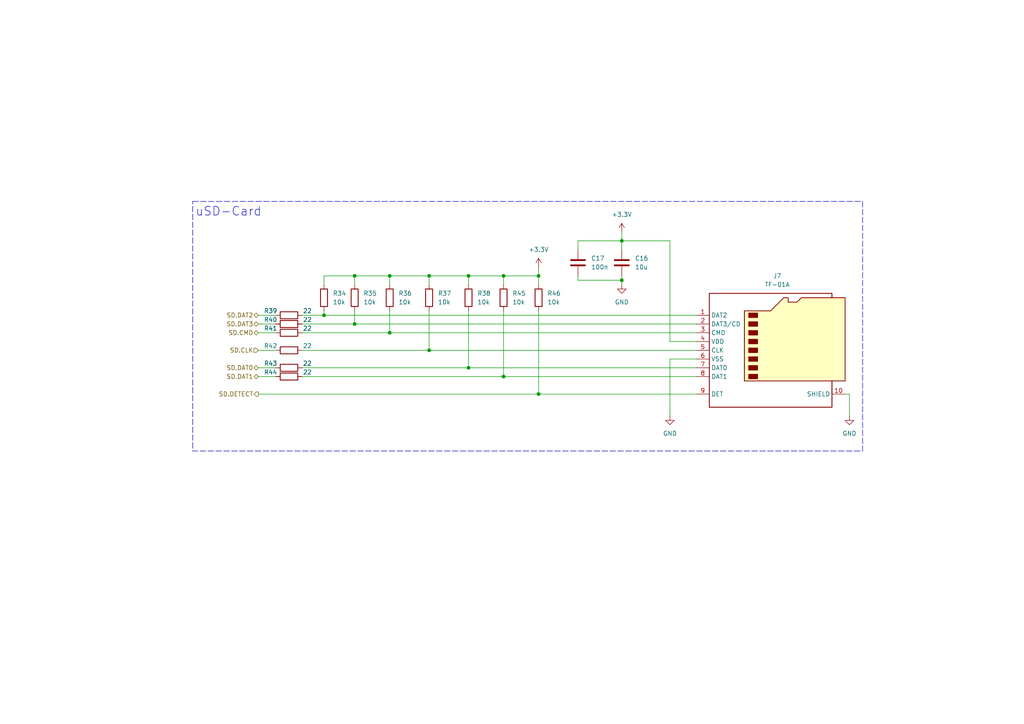
<source format=kicad_sch>
(kicad_sch (version 20250114) (generator "eeschema") (generator_version "9.0")
  (paper "A4")
  (lib_symbols
    (symbol "Connector:Micro_SD_Card_Det1"
      (property "Reference" "J" (at -16.51 17.78 0))
      (property "Value" "Micro_SD_Card_Det1" (at 16.51 17.78 0))
      (symbol "Micro_SD_Card_Det1_0_1"
        (polyline (pts (xy -8.89 -8.89) (xy -8.89 11.43) (xy -1.27 11.43) (xy 2.54 15.24) (xy 3.81 15.24) (xy 3.81 13.97) (xy 6.35 13.97) (xy 7.62 15.24) (xy 20.32 15.24) (xy 20.32 -8.89) (xy -8.89 -8.89)) (stroke (width 0.254)) (fill (type background)))
        (rectangle (start -7.62 10.795) (end -5.08 9.525) (stroke (width 0.254)) (fill (type outline)))
        (rectangle (start -7.62 8.255) (end -5.08 6.985) (stroke (width 0.254)) (fill (type outline)))
        (rectangle (start -7.62 5.715) (end -5.08 4.445) (stroke (width 0.254)) (fill (type outline)))
        (rectangle (start -7.62 3.175) (end -5.08 1.905) (stroke (width 0.254)) (fill (type outline)))
        (rectangle (start -7.62 0.635) (end -5.08 -0.635) (stroke (width 0.254)) (fill (type outline)))
        (rectangle (start -7.62 -1.905) (end -5.08 -3.175) (stroke (width 0.254)) (fill (type outline)))
        (rectangle (start -7.62 -4.445) (end -5.08 -5.715) (stroke (width 0.254)) (fill (type outline)))
        (rectangle (start -7.62 -6.985) (end -5.08 -8.255) (stroke (width 0.254)) (fill (type outline)))
        (polyline (pts (xy 16.51 15.24) (xy 16.51 16.51) (xy -19.05 16.51) (xy -19.05 -16.51) (xy 16.51 -16.51) (xy 16.51 -8.89)) (stroke (width 0.254)))
      )
      (symbol "Micro_SD_Card_Det1_1_1"
        (pin bidirectional line (at -22.86 10.16 0) (length 3.81) (name "DAT2") (number "1"))
        (pin bidirectional line (at -22.86 7.62 0) (length 3.81) (name "DAT3/CD") (number "2"))
        (pin input line (at -22.86 5.08 0) (length 3.81) (name "CMD") (number "3"))
        (pin power_in line (at -22.86 2.54 0) (length 3.81) (name "VDD") (number "4"))
        (pin input line (at -22.86 0 0) (length 3.81) (name "CLK") (number "5"))
        (pin power_in line (at -22.86 -2.54 0) (length 3.81) (name "VSS") (number "6"))
        (pin bidirectional line (at -22.86 -5.08 0) (length 3.81) (name "DAT0") (number "7"))
        (pin bidirectional line (at -22.86 -7.62 0) (length 3.81) (name "DAT1") (number "8"))
        (pin passive line (at -22.86 -12.7 0) (length 3.81) (name "DET") (number "9"))
        (pin passive line (at 20.32 -12.7 180) (length 3.81) (name "SHIELD") (number "10"))
      )
    )
    (symbol "Device:C" (pin_numbers (hide yes)) (pin_names (offset 0.254))
      (property "Reference" "C" (at 0.635 2.54 0))
      (property "Value" "C" (at 0.635 -2.54 0))
      (symbol "C_0_1"
        (polyline (pts (xy -2.032 0.762) (xy 2.032 0.762)) (stroke (width 0.508)))
        (polyline (pts (xy -2.032 -0.762) (xy 2.032 -0.762)) (stroke (width 0.508)))
      )
      (symbol "C_1_1"
        (pin passive line (at 0 3.81 270) (length 2.794) (name "~") (number "1"))
        (pin passive line (at 0 -3.81 90) (length 2.794) (name "~") (number "2"))
      )
    )
    (symbol "Device:R" (pin_numbers (hide yes)) (pin_names (offset 0))
      (property "Reference" "R" (at 2.032 0 90))
      (property "Value" "R" (at 0 0 90))
      (symbol "R_0_1"
        (rectangle (start -1.016 -2.54) (end 1.016 2.54) (stroke (width 0.254)))
      )
      (symbol "R_1_1"
        (pin passive line (at 0 3.81 270) (length 1.27) (name "~") (number "1"))
        (pin passive line (at 0 -3.81 90) (length 1.27) (name "~") (number "2"))
      )
    )
    (symbol "power:+3.3V" (power) (pin_numbers (hide yes)) (pin_names (offset 0) (hide yes))
      (property "Value" "+3.3V" (at 0 3.556 0))
      (symbol "+3.3V_0_1"
        (polyline (pts (xy -0.762 1.27) (xy 0 2.54)))
        (polyline (pts (xy 0 2.54) (xy 0.762 1.27)))
        (polyline (pts (xy 0 0) (xy 0 2.54)))
      )
      (symbol "+3.3V_1_1"
        (pin power_in line (at 0 0 90) (length 0) (name "~") (number "1"))
      )
    )
    (symbol "power:GND" (power) (pin_numbers (hide yes)) (pin_names (offset 0) (hide yes))
      (property "Value" "GND" (at 0 -3.81 0))
      (symbol "GND_0_1"
        (polyline (pts (xy 0 0) (xy 0 -1.27) (xy 1.27 -1.27) (xy 0 -2.54) (xy -1.27 -1.27) (xy 0 -1.27)))
      )
      (symbol "GND_1_1"
        (pin power_in line (at 0 0 270) (length 0) (name "~") (number "1"))
      )
    )
  )
  (rectangle (start 55.88 58.42) (end 250.19 130.81) (stroke (width 0) (type dash)))
  (text "uSD-Card" (at 66.294 61.468 0) (effects (font (size 2.54 2.54))))
  (junction (at 135.89 106.68))
  (junction (at 102.87 80.01))
  (junction (at 156.21 80.01))
  (junction (at 102.87 93.98))
  (junction (at 146.05 109.22))
  (junction (at 93.98 91.44))
  (junction (at 124.46 101.6))
  (junction (at 124.46 80.01))
  (junction (at 146.05 80.01))
  (junction (at 156.21 114.3))
  (junction (at 113.03 80.01))
  (junction (at 180.34 69.85))
  (junction (at 113.03 96.52))
  (junction (at 135.89 80.01))
  (junction (at 180.34 81.28))
  (wire (pts (xy 113.03 96.52) (xy 201.93 96.52)))
  (wire (pts (xy 87.63 91.44) (xy 93.98 91.44)))
  (wire (pts (xy 93.98 82.55) (xy 93.98 80.01)))
  (wire (pts (xy 87.63 93.98) (xy 102.87 93.98)))
  (wire (pts (xy 74.93 109.22) (xy 80.01 109.22)))
  (wire (pts (xy 156.21 82.55) (xy 156.21 80.01)))
  (wire (pts (xy 74.93 96.52) (xy 80.01 96.52)))
  (wire (pts (xy 167.64 80.01) (xy 167.64 81.28)))
  (wire (pts (xy 124.46 101.6) (xy 124.46 90.17)))
  (wire (pts (xy 135.89 106.68) (xy 201.93 106.68)))
  (wire (pts (xy 93.98 91.44) (xy 93.98 90.17)))
  (wire (pts (xy 180.34 72.39) (xy 180.34 69.85)))
  (wire (pts (xy 201.93 114.3) (xy 156.21 114.3)))
  (wire (pts (xy 124.46 80.01) (xy 135.89 80.01)))
  (wire (pts (xy 146.05 82.55) (xy 146.05 80.01)))
  (wire (pts (xy 180.34 81.28) (xy 180.34 82.55)))
  (wire (pts (xy 156.21 77.47) (xy 156.21 80.01)))
  (wire (pts (xy 194.31 120.65) (xy 194.31 104.14)))
  (wire (pts (xy 194.31 69.85) (xy 180.34 69.85)))
  (wire (pts (xy 124.46 80.01) (xy 124.46 82.55)))
  (wire (pts (xy 194.31 104.14) (xy 201.93 104.14)))
  (wire (pts (xy 87.63 106.68) (xy 135.89 106.68)))
  (wire (pts (xy 74.93 101.6) (xy 80.01 101.6)))
  (wire (pts (xy 201.93 99.06) (xy 194.31 99.06)))
  (wire (pts (xy 167.64 72.39) (xy 167.64 69.85)))
  (wire (pts (xy 74.93 93.98) (xy 80.01 93.98)))
  (wire (pts (xy 113.03 80.01) (xy 113.03 82.55)))
  (wire (pts (xy 135.89 80.01) (xy 135.89 82.55)))
  (wire (pts (xy 93.98 91.44) (xy 201.93 91.44)))
  (wire (pts (xy 135.89 106.68) (xy 135.89 90.17)))
  (wire (pts (xy 156.21 80.01) (xy 146.05 80.01)))
  (wire (pts (xy 113.03 80.01) (xy 124.46 80.01)))
  (wire (pts (xy 124.46 101.6) (xy 201.93 101.6)))
  (wire (pts (xy 74.93 106.68) (xy 80.01 106.68)))
  (wire (pts (xy 102.87 80.01) (xy 113.03 80.01)))
  (wire (pts (xy 146.05 109.22) (xy 201.93 109.22)))
  (wire (pts (xy 146.05 80.01) (xy 135.89 80.01)))
  (wire (pts (xy 87.63 96.52) (xy 113.03 96.52)))
  (wire (pts (xy 246.38 114.3) (xy 246.38 120.65)))
  (wire (pts (xy 194.31 99.06) (xy 194.31 69.85)))
  (wire (pts (xy 87.63 109.22) (xy 146.05 109.22)))
  (wire (pts (xy 245.11 114.3) (xy 246.38 114.3)))
  (wire (pts (xy 156.21 114.3) (xy 156.21 90.17)))
  (wire (pts (xy 180.34 67.31) (xy 180.34 69.85)))
  (wire (pts (xy 102.87 80.01) (xy 102.87 82.55)))
  (wire (pts (xy 180.34 80.01) (xy 180.34 81.28)))
  (wire (pts (xy 180.34 69.85) (xy 167.64 69.85)))
  (wire (pts (xy 93.98 80.01) (xy 102.87 80.01)))
  (wire (pts (xy 74.93 91.44) (xy 80.01 91.44)))
  (wire (pts (xy 113.03 96.52) (xy 113.03 90.17)))
  (wire (pts (xy 102.87 93.98) (xy 201.93 93.98)))
  (wire (pts (xy 74.93 114.3) (xy 156.21 114.3)))
  (wire (pts (xy 87.63 101.6) (xy 124.46 101.6)))
  (wire (pts (xy 146.05 109.22) (xy 146.05 90.17)))
  (wire (pts (xy 167.64 81.28) (xy 180.34 81.28)))
  (wire (pts (xy 102.87 93.98) (xy 102.87 90.17)))
  (hierarchical_label "SD.DETECT" (shape output) (at 74.93 114.3 180))
  (hierarchical_label "SD.DAT2" (shape bidirectional) (at 74.93 91.44 180))
  (hierarchical_label "SD.DAT1" (shape bidirectional) (at 74.93 109.22 180))
  (hierarchical_label "SD.DAT3" (shape bidirectional) (at 74.93 93.98 180))
  (hierarchical_label "SD.DAT0" (shape bidirectional) (at 74.93 106.68 180))
  (hierarchical_label "SD.CMD" (shape bidirectional) (at 74.93 96.52 180))
  (hierarchical_label "SD.CLK" (shape input) (at 74.93 101.6 180))
  (symbol (lib_id "power:+3.3V") (at 156.21 77.47 0) (unit 1)
    (property "Reference" "#PWR066" (effects (hide yes)))
    (property "Value" "+3.3V" (at 156.21 72.39 0))
    (property "Description" "Power symbol creates a global label with name \"+3.3V\"" (effects (hide yes)))
  )
  (symbol (lib_id "Device:R") (at 156.21 86.36 0) (unit 1)
    (property "Reference" "R46" (at 158.75 85.0899 0) (effects (justify left)))
    (property "Value" "10k" (at 158.75 87.6299 0) (effects (justify left)))
    (property "Footprint" "Resistor_SMD:R_0603_1608Metric" (effects (hide yes)))
    (property "Description" "Resistor" (effects (hide yes)))
    (property "DigiKey" "311-10.0KHRCT-ND" (effects (hide yes)))
    (property "MFG" "YAGEO" (effects (hide yes)))
    (property "MFG#" "RC0603FR-0710KL" (effects (hide yes)))
    (property "Distri Link" "https://www.digikey.de/de/products/detail/yageo/RC0603FR-0710KL/726880?s=N4IgTCBcDaIMwEYEFoEAYB0aDSAJASgMIAqyAcgCIgC6AvkA" (effects (hide yes)))
  )
  (symbol (lib_id "Device:R") (at 83.82 93.98 90) (unit 1)
    (property "Reference" "R40" (at 78.486 92.71 90))
    (property "Value" "22" (at 89.154 92.71 90))
    (property "Footprint" "Resistor_SMD:R_0603_1608Metric" (effects (hide yes)))
    (property "Description" "Resistor" (effects (hide yes)))
    (property "MFG" "Stackpole Electronics Inc" (effects (hide yes)))
    (property "MFG#" "RMCF0603FT22R0" (effects (hide yes)))
    (property "DigiKey" "RMCF0603FT22R0CT-ND" (effects (hide yes)))
  )
  (symbol (lib_id "power:+3.3V") (at 180.34 67.31 0) (unit 1)
    (property "Reference" "#PWR067" (effects (hide yes)))
    (property "Value" "+3.3V" (at 180.34 62.23 0))
    (property "Description" "Power symbol creates a global label with name \"+3.3V\"" (effects (hide yes)))
  )
  (symbol (lib_id "power:GND") (at 194.31 120.65 0) (unit 1)
    (property "Reference" "#PWR069" (effects (hide yes)))
    (property "Value" "GND" (at 194.31 125.73 0))
    (property "Description" "Power symbol creates a global label with name \"GND\" , ground" (effects (hide yes)))
  )
  (symbol (lib_id "Device:R") (at 83.82 109.22 90) (unit 1)
    (property "Reference" "R44" (at 78.486 107.95 90))
    (property "Value" "22" (at 89.154 107.95 90))
    (property "Footprint" "Resistor_SMD:R_0603_1608Metric" (effects (hide yes)))
    (property "Description" "Resistor" (effects (hide yes)))
    (property "MFG" "Stackpole Electronics Inc" (effects (hide yes)))
    (property "MFG#" "RMCF0603FT22R0" (effects (hide yes)))
    (property "DigiKey" "RMCF0603FT22R0CT-ND" (effects (hide yes)))
  )
  (symbol (lib_id "Device:R") (at 135.89 86.36 0) (unit 1)
    (property "Reference" "R38" (at 138.43 85.0899 0) (effects (justify left)))
    (property "Value" "10k" (at 138.43 87.6299 0) (effects (justify left)))
    (property "Footprint" "Resistor_SMD:R_0603_1608Metric" (effects (hide yes)))
    (property "Description" "Resistor" (effects (hide yes)))
    (property "DigiKey" "311-10.0KHRCT-ND" (effects (hide yes)))
    (property "MFG" "YAGEO" (effects (hide yes)))
    (property "MFG#" "RC0603FR-0710KL" (effects (hide yes)))
    (property "Distri Link" "https://www.digikey.de/de/products/detail/yageo/RC0603FR-0710KL/726880?s=N4IgTCBcDaIMwEYEFoEAYB0aDSAJASgMIAqyAcgCIgC6AvkA" (effects (hide yes)))
  )
  (symbol (lib_id "Device:R") (at 113.03 86.36 0) (unit 1)
    (property "Reference" "R36" (at 115.57 85.0899 0) (effects (justify left)))
    (property "Value" "10k" (at 115.57 87.6299 0) (effects (justify left)))
    (property "Footprint" "Resistor_SMD:R_0603_1608Metric" (effects (hide yes)))
    (property "Description" "Resistor" (effects (hide yes)))
    (property "DigiKey" "311-10.0KHRCT-ND" (effects (hide yes)))
    (property "MFG" "YAGEO" (effects (hide yes)))
    (property "MFG#" "RC0603FR-0710KL" (effects (hide yes)))
    (property "Distri Link" "https://www.digikey.de/de/products/detail/yageo/RC0603FR-0710KL/726880?s=N4IgTCBcDaIMwEYEFoEAYB0aDSAJASgMIAqyAcgCIgC6AvkA" (effects (hide yes)))
  )
  (symbol (lib_id "Device:R") (at 102.87 86.36 0) (unit 1)
    (property "Reference" "R35" (at 105.41 85.0899 0) (effects (justify left)))
    (property "Value" "10k" (at 105.41 87.6299 0) (effects (justify left)))
    (property "Footprint" "Resistor_SMD:R_0603_1608Metric" (effects (hide yes)))
    (property "Description" "Resistor" (effects (hide yes)))
    (property "DigiKey" "311-10.0KHRCT-ND" (effects (hide yes)))
    (property "MFG" "YAGEO" (effects (hide yes)))
    (property "MFG#" "RC0603FR-0710KL" (effects (hide yes)))
    (property "Distri Link" "https://www.digikey.de/de/products/detail/yageo/RC0603FR-0710KL/726880?s=N4IgTCBcDaIMwEYEFoEAYB0aDSAJASgMIAqyAcgCIgC6AvkA" (effects (hide yes)))
  )
  (symbol (lib_id "Device:R") (at 83.82 96.52 90) (unit 1)
    (property "Reference" "R41" (at 78.486 95.25 90))
    (property "Value" "22" (at 89.154 95.25 90))
    (property "Footprint" "Resistor_SMD:R_0603_1608Metric" (effects (hide yes)))
    (property "Description" "Resistor" (effects (hide yes)))
    (property "MFG" "Stackpole Electronics Inc" (effects (hide yes)))
    (property "MFG#" "RMCF0603FT22R0" (effects (hide yes)))
    (property "DigiKey" "RMCF0603FT22R0CT-ND" (effects (hide yes)))
  )
  (symbol (lib_id "Device:C") (at 167.64 76.2 0) (unit 1)
    (property "Reference" "C17" (at 171.45 74.9299 0) (effects (justify left)))
    (property "Value" "100n" (at 171.45 77.4699 0) (effects (justify left)))
    (property "Footprint" "Capacitor_SMD:C_0603_1608Metric" (effects (hide yes)))
    (property "Description" "Unpolarized capacitor" (effects (hide yes)))
    (property "MFG" "KEMET" (effects (hide yes)))
    (property "MFG#" "C0603C104K3RACTU" (effects (hide yes)))
    (property "DigiKey" "399-C0603C104K3RACTUCT-ND" (effects (hide yes)))
    (property "Distri Link" "https://www.digikey.de/de/products/detail/kemet/C0603C104K3RACTU/416044?s=N4IgTCBcDaIMwE4EFoDCAGAbOuqCM6ALANJwBKAgqgCoCqNyAcgCIgC6AvkA" (effects (hide yes)))
  )
  (symbol (lib_id "Device:R") (at 83.82 101.6 90) (unit 1)
    (property "Reference" "R42" (at 78.486 100.33 90))
    (property "Value" "22" (at 89.154 100.33 90))
    (property "Footprint" "Resistor_SMD:R_0603_1608Metric" (effects (hide yes)))
    (property "Description" "Resistor" (effects (hide yes)))
    (property "MFG" "Stackpole Electronics Inc" (effects (hide yes)))
    (property "MFG#" "RMCF0603FT22R0" (effects (hide yes)))
    (property "DigiKey" "RMCF0603FT22R0CT-ND" (effects (hide yes)))
  )
  (symbol (lib_id "power:GND") (at 180.34 82.55 0) (unit 1)
    (property "Reference" "#PWR068" (effects (hide yes)))
    (property "Value" "GND" (at 180.34 87.63 0))
    (property "Description" "Power symbol creates a global label with name \"GND\" , ground" (effects (hide yes)))
  )
  (symbol (lib_id "Device:R") (at 93.98 86.36 0) (unit 1)
    (property "Reference" "R34" (at 96.52 85.0899 0) (effects (justify left)))
    (property "Value" "10k" (at 96.52 87.6299 0) (effects (justify left)))
    (property "Footprint" "Resistor_SMD:R_0603_1608Metric" (effects (hide yes)))
    (property "Description" "Resistor" (effects (hide yes)))
    (property "DigiKey" "311-10.0KHRCT-ND" (effects (hide yes)))
    (property "MFG" "YAGEO" (effects (hide yes)))
    (property "MFG#" "RC0603FR-0710KL" (effects (hide yes)))
    (property "Distri Link" "https://www.digikey.de/de/products/detail/yageo/RC0603FR-0710KL/726880?s=N4IgTCBcDaIMwEYEFoEAYB0aDSAJASgMIAqyAcgCIgC6AvkA" (effects (hide yes)))
  )
  (symbol (lib_id "Device:R") (at 146.05 86.36 0) (unit 1)
    (property "Reference" "R45" (at 148.59 85.0899 0) (effects (justify left)))
    (property "Value" "10k" (at 148.59 87.6299 0) (effects (justify left)))
    (property "Footprint" "Resistor_SMD:R_0603_1608Metric" (effects (hide yes)))
    (property "Description" "Resistor" (effects (hide yes)))
    (property "DigiKey" "311-10.0KHRCT-ND" (effects (hide yes)))
    (property "MFG" "YAGEO" (effects (hide yes)))
    (property "MFG#" "RC0603FR-0710KL" (effects (hide yes)))
    (property "Distri Link" "https://www.digikey.de/de/products/detail/yageo/RC0603FR-0710KL/726880?s=N4IgTCBcDaIMwEYEFoEAYB0aDSAJASgMIAqyAcgCIgC6AvkA" (effects (hide yes)))
  )
  (symbol (lib_id "Device:R") (at 124.46 86.36 0) (unit 1)
    (property "Reference" "R37" (at 127 85.0899 0) (effects (justify left)))
    (property "Value" "10k" (at 127 87.6299 0) (effects (justify left)))
    (property "Footprint" "Resistor_SMD:R_0603_1608Metric" (effects (hide yes)))
    (property "Description" "Resistor" (effects (hide yes)))
    (property "DigiKey" "311-10.0KHRCT-ND" (effects (hide yes)))
    (property "MFG" "YAGEO" (effects (hide yes)))
    (property "MFG#" "RC0603FR-0710KL" (effects (hide yes)))
    (property "Distri Link" "https://www.digikey.de/de/products/detail/yageo/RC0603FR-0710KL/726880?s=N4IgTCBcDaIMwEYEFoEAYB0aDSAJASgMIAqyAcgCIgC6AvkA" (effects (hide yes)))
  )
  (symbol (lib_id "Device:R") (at 83.82 106.68 90) (unit 1)
    (property "Reference" "R43" (at 78.486 105.41 90))
    (property "Value" "22" (at 89.154 105.41 90))
    (property "Footprint" "Resistor_SMD:R_0603_1608Metric" (effects (hide yes)))
    (property "Description" "Resistor" (effects (hide yes)))
    (property "MFG" "Stackpole Electronics Inc" (effects (hide yes)))
    (property "MFG#" "RMCF0603FT22R0" (effects (hide yes)))
    (property "DigiKey" "RMCF0603FT22R0CT-ND" (effects (hide yes)))
  )
  (symbol (lib_id "Device:C") (at 180.34 76.2 0) (unit 1)
    (property "Reference" "C16" (at 184.15 74.9299 0) (effects (justify left)))
    (property "Value" "10u" (at 184.15 77.4699 0) (effects (justify left)))
    (property "Footprint" "Capacitor_SMD:C_0603_1608Metric" (effects (hide yes)))
    (property "Description" "Unpolarized capacitor" (effects (hide yes)))
    (property "MFG" "Taiyo Yuden" (effects (hide yes)))
    (property "MFG#" "LMK107BBJ106MALT" (effects (hide yes)))
    (property "DigiKey" "587-3258-1-ND" (effects (hide yes)))
    (property "Distri Link" "https://www.digikey.de/de/products/detail/taiyo-yuden/LMK107BBJ106MALT/3662195?s=N4IgTCBcDaIKwA4DsBaAzGRKCMKByAIiALoC%2BQA" (effects (hide yes)))
  )
  (symbol (lib_id "Device:R") (at 83.82 91.44 90) (unit 1)
    (property "Reference" "R39" (at 78.486 90.17 90))
    (property "Value" "22" (at 89.154 90.17 90))
    (property "Footprint" "Resistor_SMD:R_0603_1608Metric" (effects (hide yes)))
    (property "Description" "Resistor" (effects (hide yes)))
    (property "MFG" "Stackpole Electronics Inc" (effects (hide yes)))
    (property "MFG#" "RMCF0603FT22R0" (effects (hide yes)))
    (property "DigiKey" "RMCF0603FT22R0CT-ND" (effects (hide yes)))
  )
  (symbol (lib_id "power:GND") (at 246.38 120.65 0) (unit 1)
    (property "Reference" "#PWR012" (effects (hide yes)))
    (property "Value" "GND" (at 246.38 125.73 0))
    (property "Description" "Power symbol creates a global label with name \"GND\" , ground" (effects (hide yes)))
  )
  (symbol (lib_id "Connector:Micro_SD_Card_Det1") (at 224.79 101.6 0) (unit 1)
    (property "Reference" "J7" (at 225.425 80.01 0))
    (property "Value" "TF-01A" (at 225.425 82.55 0))
    (property "Footprint" "TB_Connectors:HRO TF-01A" (effects (hide yes)))
    (property "Datasheet" "https://datasheet.lcsc.com/lcsc/2110151630_XKB-Connectivity-XKTF-015-N_C381082.pdf" (effects (hide yes)))
    (property "Description" "Micro SD Card Socket with one card detection pin" (effects (hide yes)))
  )
)
</source>
